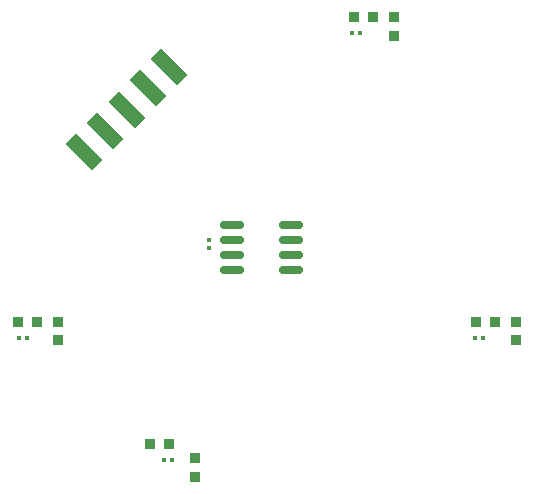
<source format=gbr>
%TF.GenerationSoftware,KiCad,Pcbnew,8.0.4*%
%TF.CreationDate,2024-09-16T16:08:36+01:00*%
%TF.ProjectId,algoritmi_motor_buttons_kicad,616c676f-7269-4746-9d69-5f6d6f746f72,rev?*%
%TF.SameCoordinates,Original*%
%TF.FileFunction,Paste,Top*%
%TF.FilePolarity,Positive*%
%FSLAX46Y46*%
G04 Gerber Fmt 4.6, Leading zero omitted, Abs format (unit mm)*
G04 Created by KiCad (PCBNEW 8.0.4) date 2024-09-16 16:08:36*
%MOMM*%
%LPD*%
G01*
G04 APERTURE LIST*
G04 Aperture macros list*
%AMRoundRect*
0 Rectangle with rounded corners*
0 $1 Rounding radius*
0 $2 $3 $4 $5 $6 $7 $8 $9 X,Y pos of 4 corners*
0 Add a 4 corners polygon primitive as box body*
4,1,4,$2,$3,$4,$5,$6,$7,$8,$9,$2,$3,0*
0 Add four circle primitives for the rounded corners*
1,1,$1+$1,$2,$3*
1,1,$1+$1,$4,$5*
1,1,$1+$1,$6,$7*
1,1,$1+$1,$8,$9*
0 Add four rect primitives between the rounded corners*
20,1,$1+$1,$2,$3,$4,$5,0*
20,1,$1+$1,$4,$5,$6,$7,0*
20,1,$1+$1,$6,$7,$8,$9,0*
20,1,$1+$1,$8,$9,$2,$3,0*%
%AMRotRect*
0 Rectangle, with rotation*
0 The origin of the aperture is its center*
0 $1 length*
0 $2 width*
0 $3 Rotation angle, in degrees counterclockwise*
0 Add horizontal line*
21,1,$1,$2,0,0,$3*%
G04 Aperture macros list end*
%ADD10R,0.900000X0.950000*%
%ADD11RoundRect,0.079500X-0.079500X-0.100500X0.079500X-0.100500X0.079500X0.100500X-0.079500X0.100500X0*%
%ADD12R,0.950000X0.900000*%
%ADD13RoundRect,0.150000X-0.825000X-0.150000X0.825000X-0.150000X0.825000X0.150000X-0.825000X0.150000X0*%
%ADD14RotRect,1.270000X3.180000X45.000000*%
%ADD15RoundRect,0.079500X-0.100500X0.079500X-0.100500X-0.079500X0.100500X-0.079500X0.100500X0.079500X0*%
G04 APERTURE END LIST*
D10*
%TO.C,R5*%
X152300000Y-71200000D03*
X150700000Y-71200000D03*
%TD*%
%TO.C,R7*%
X135000000Y-107400000D03*
X133400000Y-107400000D03*
%TD*%
D11*
%TO.C,C4*%
X150555000Y-72600000D03*
X151245000Y-72600000D03*
%TD*%
%TO.C,C5*%
X134605000Y-108750000D03*
X135295000Y-108750000D03*
%TD*%
D10*
%TO.C,R2*%
X123855000Y-97000000D03*
X122255000Y-97000000D03*
%TD*%
D11*
%TO.C,C3*%
X160910000Y-98400000D03*
X161600000Y-98400000D03*
%TD*%
%TO.C,C2*%
X122310000Y-98400000D03*
X123000000Y-98400000D03*
%TD*%
D12*
%TO.C,R6*%
X154100000Y-72800000D03*
X154100000Y-71200000D03*
%TD*%
D10*
%TO.C,R3*%
X162655000Y-97000000D03*
X161055000Y-97000000D03*
%TD*%
D13*
%TO.C,U1*%
X140401217Y-88825772D03*
X140401217Y-90095772D03*
X140401217Y-91365772D03*
X140401217Y-92635772D03*
X145351217Y-92635772D03*
X145351217Y-91365772D03*
X145351217Y-90095772D03*
X145351217Y-88825772D03*
%TD*%
D14*
%TO.C,J1*%
X127851922Y-82636126D03*
X129647973Y-80840075D03*
X131444024Y-79044024D03*
X133240075Y-77247973D03*
X135036126Y-75451922D03*
%TD*%
D15*
%TO.C,C1*%
X138400000Y-90055000D03*
X138400000Y-90745000D03*
%TD*%
D12*
%TO.C,R1*%
X125655000Y-98600000D03*
X125655000Y-97000000D03*
%TD*%
%TO.C,R8*%
X137200000Y-110150000D03*
X137200000Y-108550000D03*
%TD*%
%TO.C,R4*%
X164455000Y-98600000D03*
X164455000Y-97000000D03*
%TD*%
M02*

</source>
